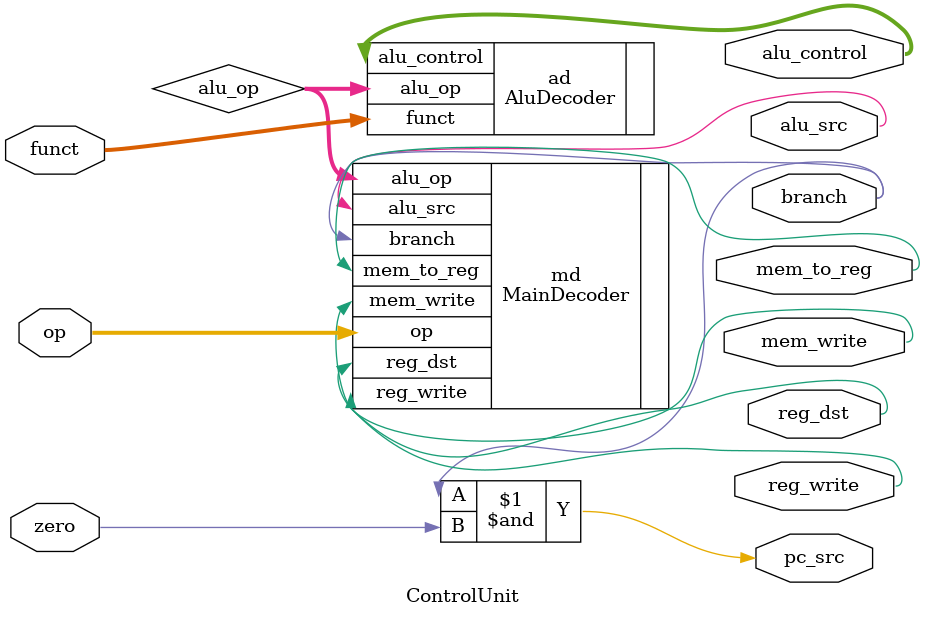
<source format=sv>
module ControlUnit(
  	input [5:0] op, funct,
    input zero,
    output mem_to_reg, mem_write, branch, pc_src, alu_src, reg_dst, reg_write,
  	output [3:0] alu_control
);

  	wire [1:0] alu_op;
  
    MainDecoder md(
        .op(op),
      	.mem_to_reg(mem_to_reg),
      	.mem_write(mem_write),
        .branch(branch),
      	.alu_src(alu_src),
      	.reg_dst(reg_dst),
      	.reg_write(reg_write),
      	.alu_op(alu_op)
    );

    AluDecoder ad(
        .funct(funct),
      	.alu_op(alu_op),
      	.alu_control(alu_control)
    );

    assign pc_src = branch & zero;

endmodule


</source>
